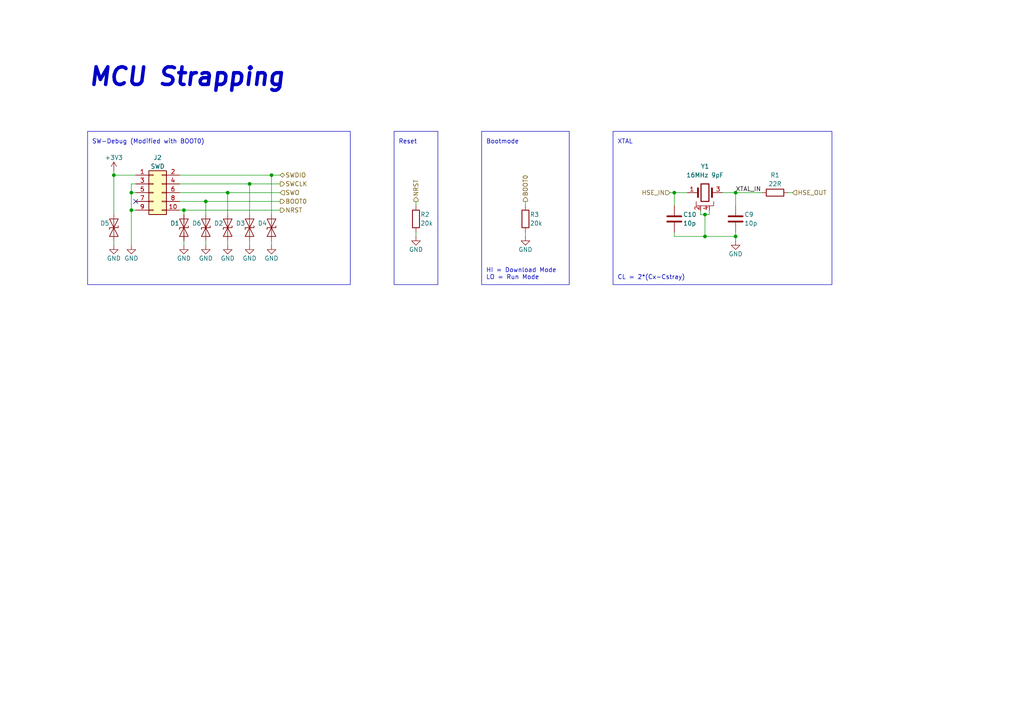
<source format=kicad_sch>
(kicad_sch (version 20230121) (generator eeschema)
  (paper "A4")
  (title_block (title "USBC-PowerSwitcher") (date "2023-08-26") (rev "R0") (company "s-grundner"))
  (lib_symbols
    (symbol "Connector_Generic:Conn_02x05_Odd_Even" (pin_names (offset 1.016) hide)
      (property "Reference" "J" (at 1.27 7.62 0))
      (property "Value" "Conn_02x05_Odd_Even" (at 1.27 -7.62 0))
      (symbol "Conn_02x05_Odd_Even_1_1"
        (rectangle (start -1.27 -4.953) (end 0 -5.207) (stroke (width 0.1524)))
        (rectangle (start -1.27 -2.413) (end 0 -2.667) (stroke (width 0.1524)))
        (rectangle (start -1.27 0.127) (end 0 -0.127) (stroke (width 0.1524)))
        (rectangle (start -1.27 2.667) (end 0 2.413) (stroke (width 0.1524)))
        (rectangle (start -1.27 5.207) (end 0 4.953) (stroke (width 0.1524)))
        (rectangle (start -1.27 6.35) (end 3.81 -6.35) (stroke (width 0.254)) (fill (type background)))
        (rectangle (start 3.81 -4.953) (end 2.54 -5.207) (stroke (width 0.1524)))
        (rectangle (start 3.81 -2.413) (end 2.54 -2.667) (stroke (width 0.1524)))
        (rectangle (start 3.81 0.127) (end 2.54 -0.127) (stroke (width 0.1524)))
        (rectangle (start 3.81 2.667) (end 2.54 2.413) (stroke (width 0.1524)))
        (rectangle (start 3.81 5.207) (end 2.54 4.953) (stroke (width 0.1524)))
        (pin passive line (at -5.08 5.08 0) (length 3.81) (name "Pin_1") (number "1"))
        (pin passive line (at 7.62 -5.08 180) (length 3.81) (name "Pin_10") (number "10"))
        (pin passive line (at 7.62 5.08 180) (length 3.81) (name "Pin_2") (number "2"))
        (pin passive line (at -5.08 2.54 0) (length 3.81) (name "Pin_3") (number "3"))
        (pin passive line (at 7.62 2.54 180) (length 3.81) (name "Pin_4") (number "4"))
        (pin passive line (at -5.08 0 0) (length 3.81) (name "Pin_5") (number "5"))
        (pin passive line (at 7.62 0 180) (length 3.81) (name "Pin_6") (number "6"))
        (pin passive line (at -5.08 -2.54 0) (length 3.81) (name "Pin_7") (number "7"))
        (pin passive line (at 7.62 -2.54 180) (length 3.81) (name "Pin_8") (number "8"))
        (pin passive line (at -5.08 -5.08 0) (length 3.81) (name "Pin_9") (number "9"))
      )
    )
    (symbol "Device:C" (pin_numbers hide) (pin_names (offset 0.254))
      (property "Reference" "C" (at 0.635 2.54 0))
      (property "Value" "C" (at 0.635 -2.54 0))
      (symbol "C_0_1"
        (polyline (pts (xy -2.032 -0.762) (xy 2.032 -0.762)) (stroke (width 0.508)))
        (polyline (pts (xy -2.032 0.762) (xy 2.032 0.762)) (stroke (width 0.508)))
      )
      (symbol "C_1_1"
        (pin passive line (at 0 3.81 270) (length 2.794) (name "~") (number "1"))
        (pin passive line (at 0 -3.81 90) (length 2.794) (name "~") (number "2"))
      )
    )
    (symbol "Device:Crystal_GND24" (pin_names (offset 1.016) hide)
      (property "Reference" "Y" (at 0 6.35 0))
      (property "Value" "Crystal_GND24" (at 0 3.81 0))
      (symbol "Crystal_GND24_0_1"
        (rectangle (start -1.143 2.54) (end 1.143 -2.54) (stroke (width 0.3048)))
        (polyline (pts (xy -2.54 0) (xy -2.032 0)))
        (polyline (pts (xy -2.032 -1.27) (xy -2.032 1.27)) (stroke (width 0.508)))
        (polyline (pts (xy 2.032 -1.27) (xy 2.032 1.27)) (stroke (width 0.508)))
        (polyline (pts (xy 2.032 0) (xy 2.54 0)))
        (polyline (pts (xy -2.54 -2.54) (xy -2.54 -3.81) (xy 2.54 -3.81) (xy 2.54 -2.54)))
      )
      (symbol "Crystal_GND24_1_1"
        (pin passive line (at -5.08 0 0) (length 2.54) (name "1") (number "1"))
        (pin passive line (at -1.27 -5.08 90) (length 1.27) (name "2") (number "2"))
        (pin passive line (at 5.08 0 180) (length 2.54) (name "3") (number "3"))
        (pin passive line (at 1.27 -5.08 90) (length 1.27) (name "4") (number "4"))
      )
    )
    (symbol "Device:R" (pin_numbers hide) (pin_names (offset 0))
      (property "Reference" "R" (at 2.032 0 90))
      (property "Value" "R" (at 0 0 90))
      (symbol "R_0_1"
        (rectangle (start -1.016 -2.54) (end 1.016 2.54) (stroke (width 0.254)))
      )
      (symbol "R_1_1"
        (pin passive line (at 0 3.81 270) (length 1.27) (name "~") (number "1"))
        (pin passive line (at 0 -3.81 90) (length 1.27) (name "~") (number "2"))
      )
    )
    (symbol "Diode:ESD9B3.3ST5G" (pin_numbers hide) (pin_names (offset 1.016) hide)
      (property "Reference" "D" (at 0 2.54 0))
      (property "Value" "ESD9B3.3ST5G" (at 0 -2.54 0))
      (symbol "ESD9B3.3ST5G_0_1"
        (polyline (pts (xy 1.27 0) (xy -1.27 0)))
        (polyline (pts (xy -2.54 -1.27) (xy 0 0) (xy -2.54 1.27) (xy -2.54 -1.27)) (stroke (width 0.2032)))
        (polyline (pts (xy 0.508 1.27) (xy 0 1.27) (xy 0 -1.27) (xy -0.508 -1.27)) (stroke (width 0.2032)))
        (polyline (pts (xy 2.54 1.27) (xy 2.54 -1.27) (xy 0 0) (xy 2.54 1.27)) (stroke (width 0.2032)))
      )
      (symbol "ESD9B3.3ST5G_1_1"
        (pin passive line (at -3.81 0 0) (length 2.54) (name "A1") (number "1"))
        (pin passive line (at 3.81 0 180) (length 2.54) (name "A2") (number "2"))
      )
    )
    (symbol "power:+3V3" (power) (pin_names (offset 0))
      (property "Value" "+3V3" (at 0 3.556 0))
      (symbol "+3V3_0_1"
        (polyline (pts (xy -0.762 1.27) (xy 0 2.54)))
        (polyline (pts (xy 0 0) (xy 0 2.54)))
        (polyline (pts (xy 0 2.54) (xy 0.762 1.27)))
      )
      (symbol "+3V3_1_1"
        (pin power_in line (at 0 0 90) (length 0) hide (name "+3V3") (number "1"))
      )
    )
    (symbol "power:GND" (power) (pin_names (offset 0))
      (property "Value" "GND" (at 0 -3.81 0))
      (symbol "GND_0_1"
        (polyline (pts (xy 0 0) (xy 0 -1.27) (xy 1.27 -1.27) (xy 0 -2.54) (xy -1.27 -1.27) (xy 0 -1.27)))
      )
      (symbol "GND_1_1"
        (pin power_in line (at 0 0 270) (length 0) hide (name "GND") (number "1"))
      )
    )
  )
  (junction (at 204.47 68.58))
  (junction (at 38.1 60.96))
  (junction (at 72.39 53.34))
  (junction (at 213.36 55.88))
  (junction (at 33.02 50.8))
  (junction (at 59.69 58.42))
  (junction (at 66.04 55.88))
  (junction (at 38.1 55.88))
  (junction (at 78.74 50.8))
  (junction (at 213.36 68.58))
  (junction (at 204.47 62.23))
  (junction (at 53.34 60.96))
  (junction (at 195.58 55.88))
  (no_connect (at 39.37 58.42))
  (wire (pts (xy 53.34 60.96) (xy 81.28 60.96)))
  (wire (pts (xy 59.69 71.12) (xy 59.69 69.85)))
  (wire (pts (xy 195.58 59.69) (xy 195.58 55.88)))
  (wire (pts (xy 78.74 50.8) (xy 78.74 62.23)))
  (wire (pts (xy 81.28 55.88) (xy 66.04 55.88)))
  (wire (pts (xy 204.47 62.23) (xy 204.47 68.58)))
  (wire (pts (xy 152.4 58.42) (xy 152.4 59.69)))
  (wire (pts (xy 66.04 71.12) (xy 66.04 69.85)))
  (wire (pts (xy 213.36 68.58) (xy 213.36 69.85)))
  (wire (pts (xy 209.55 55.88) (xy 213.36 55.88)))
  (wire (pts (xy 59.69 58.42) (xy 81.28 58.42)))
  (wire (pts (xy 52.07 55.88) (xy 66.04 55.88)))
  (wire (pts (xy 38.1 53.34) (xy 39.37 53.34)))
  (wire (pts (xy 52.07 58.42) (xy 59.69 58.42)))
  (wire (pts (xy 33.02 50.8) (xy 39.37 50.8)))
  (wire (pts (xy 78.74 71.12) (xy 78.74 69.85)))
  (wire (pts (xy 228.6 55.88) (xy 229.87 55.88)))
  (wire (pts (xy 53.34 60.96) (xy 53.34 62.23)))
  (wire (pts (xy 33.02 49.53) (xy 33.02 50.8)))
  (wire (pts (xy 72.39 71.12) (xy 72.39 69.85)))
  (wire (pts (xy 81.28 50.8) (xy 78.74 50.8)))
  (wire (pts (xy 38.1 55.88) (xy 39.37 55.88)))
  (wire (pts (xy 204.47 62.23) (xy 205.74 62.23)))
  (wire (pts (xy 203.2 62.23) (xy 204.47 62.23)))
  (wire (pts (xy 152.4 68.58) (xy 152.4 67.31)))
  (wire (pts (xy 194.31 55.88) (xy 195.58 55.88)))
  (wire (pts (xy 53.34 60.96) (xy 52.07 60.96)))
  (wire (pts (xy 39.37 60.96) (xy 38.1 60.96)))
  (wire (pts (xy 59.69 58.42) (xy 59.69 62.23)))
  (wire (pts (xy 205.74 60.96) (xy 205.74 62.23)))
  (wire (pts (xy 38.1 60.96) (xy 38.1 71.12)))
  (wire (pts (xy 195.58 67.31) (xy 195.58 68.58)))
  (wire (pts (xy 213.36 55.88) (xy 213.36 59.69)))
  (wire (pts (xy 195.58 68.58) (xy 204.47 68.58)))
  (wire (pts (xy 81.28 53.34) (xy 72.39 53.34)))
  (wire (pts (xy 53.34 71.12) (xy 53.34 69.85)))
  (wire (pts (xy 195.58 55.88) (xy 199.39 55.88)))
  (wire (pts (xy 120.65 59.69) (xy 120.65 58.42)))
  (wire (pts (xy 203.2 60.96) (xy 203.2 62.23)))
  (wire (pts (xy 66.04 55.88) (xy 66.04 62.23)))
  (wire (pts (xy 38.1 55.88) (xy 38.1 53.34)))
  (wire (pts (xy 120.65 68.58) (xy 120.65 67.31)))
  (wire (pts (xy 213.36 67.31) (xy 213.36 68.58)))
  (wire (pts (xy 33.02 71.12) (xy 33.02 69.85)))
  (wire (pts (xy 52.07 53.34) (xy 72.39 53.34)))
  (wire (pts (xy 38.1 60.96) (xy 38.1 55.88)))
  (wire (pts (xy 72.39 53.34) (xy 72.39 62.23)))
  (wire (pts (xy 220.98 55.88) (xy 213.36 55.88)))
  (wire (pts (xy 52.07 50.8) (xy 78.74 50.8)))
  (wire (pts (xy 204.47 68.58) (xy 213.36 68.58)))
  (wire (pts (xy 33.02 62.23) (xy 33.02 50.8)))
  (rectangle (start 25.4 38.1) (end 101.6 82.55))
  (rectangle (start 139.7 38.1) (end 165.1 82.55))
  (rectangle (start 114.3 38.1) (end 127 82.55))
  (rectangle (start 177.8 38.1) (end 241.3 82.55))
  (text "XTAL\n" (at 179.07 41.91 0) (effects (font (size 1.27 1.27)) (justify left bottom)))
  (text "Bootmode" (at 140.97 41.91 0) (effects (font (size 1.27 1.27)) (justify left bottom)))
  (text "Reset" (at 115.57 41.91 0) (effects (font (size 1.27 1.27)) (justify left bottom)))
  (text "HI = Download Mode\nLO = Run Mode" (at 140.97 81.28 0) (effects (font (size 1.27 1.27)) (justify left bottom)))
  (text "SW-Debug (Modified with BOOT0)" (at 26.67 41.91 0) (effects (font (size 1.27 1.27)) (justify left bottom)))
  (text "MCU Strapping" (at 25.4 25.4 0) (effects (font (size 5.08 5.08) (thickness 1.016) bold italic) (justify left bottom)))
  (text "CL = 2*(Cx-Cstray)" (at 179.07 81.28 0) (effects (font (size 1.27 1.27)) (justify left bottom)))
  (label "XTAL_IN" (at 213.36 55.88 0))
  (hierarchical_label "NRST" (shape output) (at 81.28 60.96 0))
  (hierarchical_label "BOOT0" (shape output) (at 152.4 58.42 90))
  (hierarchical_label "HSE_OUT" (shape input) (at 229.87 55.88 0))
  (hierarchical_label "SWDIO" (shape bidirectional) (at 81.28 50.8 0))
  (hierarchical_label "NRST" (shape output) (at 120.65 58.42 90))
  (hierarchical_label "SWO" (shape input) (at 81.28 55.88 0))
  (hierarchical_label "HSE_IN" (shape input) (at 194.31 55.88 180))
  (hierarchical_label "BOOT0" (shape output) (at 81.28 58.42 0))
  (hierarchical_label "SWCLK" (shape output) (at 81.28 53.34 0))
  (symbol (lib_id "Diode:ESD9B3.3ST5G") (at 78.74 66.04 270) (mirror x) (unit 1)
    (property "Reference" "D4" (at 77.47 64.77 90) (effects (justify right)))
    (property "Value" "ESD9B3.3ST5G" (effects hide))
    (property "Footprint" "Diode_SMD:D_SOD-923" (effects hide))
    (property "Datasheet" "https://www.onsemi.com/pub/Collateral/ESD9B-D.PDF" (effects hide))
    (property "LCSC #" "C96512" (effects hide))
  )
  (symbol (lib_id "power:GND") (at 72.39 71.12 0) (unit 1)
    (property "Reference" "#PWR011" (effects hide))
    (property "Value" "GND" (at 72.39 74.93 0))
  )
  (symbol (lib_id "Device:C") (at 195.58 63.5 0) (unit 1)
    (property "Reference" "C10" (at 198.12 62.23 0) (effects (justify left)))
    (property "Value" "10p" (at 198.12 64.77 0) (effects (justify left)))
    (property "Footprint" "Capacitor_SMD:C_0402_1005Metric" (effects hide))
    (property "LCSC #" "C32949" (effects hide))
  )
  (symbol (lib_id "power:GND") (at 33.02 71.12 0) (unit 1)
    (property "Reference" "#PWR013" (effects hide))
    (property "Value" "GND" (at 33.02 74.93 0))
  )
  (symbol (lib_id "Diode:ESD9B3.3ST5G") (at 53.34 66.04 270) (mirror x) (unit 1)
    (property "Reference" "D1" (at 52.07 64.77 90) (effects (justify right)))
    (property "Value" "ESD9B3.3ST5G" (effects hide))
    (property "Footprint" "Diode_SMD:D_SOD-923" (effects hide))
    (property "Datasheet" "https://www.onsemi.com/pub/Collateral/ESD9B-D.PDF" (effects hide))
    (property "LCSC #" "C96512" (effects hide))
  )
  (symbol (lib_id "Diode:ESD9B3.3ST5G") (at 59.69 66.04 270) (mirror x) (unit 1)
    (property "Reference" "D6" (at 58.42 64.77 90) (effects (justify right)))
    (property "Value" "ESD9B3.3ST5G" (effects hide))
    (property "Footprint" "Diode_SMD:D_SOD-923" (effects hide))
    (property "Datasheet" "https://www.onsemi.com/pub/Collateral/ESD9B-D.PDF" (effects hide))
    (property "LCSC #" "C96512" (effects hide))
  )
  (symbol (lib_id "Device:R") (at 120.65 63.5 0) (unit 1)
    (property "Reference" "R2" (at 121.92 62.23 0) (effects (justify left)))
    (property "Value" "20k" (at 121.92 64.77 0) (effects (justify left)))
    (property "Footprint" "Resistor_SMD:R_0402_1005Metric" (effects hide))
    (property "LCSC #" "C25765" (effects hide))
  )
  (symbol (lib_id "Diode:ESD9B3.3ST5G") (at 33.02 66.04 270) (mirror x) (unit 1)
    (property "Reference" "D5" (at 31.75 64.77 90) (effects (justify right)))
    (property "Value" "ESD9B3.3ST5G" (effects hide))
    (property "Footprint" "Diode_SMD:D_SOD-923" (effects hide))
    (property "Datasheet" "https://www.onsemi.com/pub/Collateral/ESD9B-D.PDF" (effects hide))
    (property "LCSC #" "C96512" (effects hide))
  )
  (symbol (lib_id "power:GND") (at 66.04 71.12 0) (unit 1)
    (property "Reference" "#PWR010" (effects hide))
    (property "Value" "GND" (at 66.04 74.93 0))
  )
  (symbol (lib_id "power:GND") (at 53.34 71.12 0) (unit 1)
    (property "Reference" "#PWR08" (effects hide))
    (property "Value" "GND" (at 53.34 74.93 0))
  )
  (symbol (lib_id "power:GND") (at 152.4 68.58 0) (unit 1)
    (property "Reference" "#PWR015" (effects hide))
    (property "Value" "GND" (at 152.4 72.39 0))
  )
  (symbol (lib_id "Connector_Generic:Conn_02x05_Odd_Even") (at 44.45 55.88 0) (unit 1)
    (property "Reference" "J2" (at 45.72 45.72 0))
    (property "Value" "SWD" (at 45.72 48.26 0))
    (property "Footprint" "Connector_PinHeader_2.54mm:PinHeader_2x05_P2.54mm_Horizontal" (effects hide))
  )
  (symbol (lib_id "Device:Crystal_GND24") (at 204.47 55.88 0) (unit 1)
    (property "Reference" "Y1" (at 204.47 48.26 0))
    (property "Value" "16MHz 9pF" (at 204.47 50.8 0))
    (property "Footprint" "Crystal:Crystal_SMD_3225-4Pin_3.2x2.5mm" (effects hide))
    (property "LCSC #" "C13738" (effects hide))
  )
  (symbol (lib_id "Diode:ESD9B3.3ST5G") (at 72.39 66.04 270) (mirror x) (unit 1)
    (property "Reference" "D3" (at 71.12 64.77 90) (effects (justify right)))
    (property "Value" "ESD9B3.3ST5G" (effects hide))
    (property "Footprint" "Diode_SMD:D_SOD-923" (effects hide))
    (property "Datasheet" "https://www.onsemi.com/pub/Collateral/ESD9B-D.PDF" (effects hide))
    (property "LCSC #" "C96512" (effects hide))
  )
  (symbol (lib_id "power:GND") (at 59.69 71.12 0) (unit 1)
    (property "Reference" "#PWR014" (effects hide))
    (property "Value" "GND" (at 59.69 74.93 0))
  )
  (symbol (lib_id "power:+3V3") (at 33.02 49.53 0) (unit 1)
    (property "Reference" "#PWR09" (effects hide))
    (property "Value" "+3V3" (at 33.02 45.72 0))
  )
  (symbol (lib_id "Device:R") (at 152.4 63.5 0) (unit 1)
    (property "Reference" "R3" (at 153.67 62.23 0) (effects (justify left)))
    (property "Value" "20k" (at 153.67 64.77 0) (effects (justify left)))
    (property "Footprint" "Resistor_SMD:R_0402_1005Metric" (effects hide))
    (property "LCSC #" "C25765" (effects hide))
  )
  (symbol (lib_id "power:GND") (at 78.74 71.12 0) (unit 1)
    (property "Reference" "#PWR012" (effects hide))
    (property "Value" "GND" (at 78.74 74.93 0))
  )
  (symbol (lib_id "power:GND") (at 213.36 69.85 0) (unit 1)
    (property "Reference" "#PWR06" (effects hide))
    (property "Value" "GND" (at 213.36 73.66 0))
  )
  (symbol (lib_id "Diode:ESD9B3.3ST5G") (at 66.04 66.04 270) (mirror x) (unit 1)
    (property "Reference" "D2" (at 64.77 64.77 90) (effects (justify right)))
    (property "Value" "ESD9B3.3ST5G" (effects hide))
    (property "Footprint" "Diode_SMD:D_SOD-923" (effects hide))
    (property "Datasheet" "https://www.onsemi.com/pub/Collateral/ESD9B-D.PDF" (effects hide))
    (property "LCSC #" "C96512" (effects hide))
  )
  (symbol (lib_id "Device:R") (at 224.79 55.88 90) (unit 1)
    (property "Reference" "R1" (at 224.79 50.8 90))
    (property "Value" "22R" (at 224.79 53.34 90))
    (property "Footprint" "Resistor_SMD:R_0402_1005Metric" (effects hide))
    (property "LCSC #" "C25092" (effects hide))
  )
  (symbol (lib_id "Device:C") (at 213.36 63.5 0) (unit 1)
    (property "Reference" "C9" (at 215.9 62.23 0) (effects (justify left)))
    (property "Value" "10p" (at 215.9 64.77 0) (effects (justify left)))
    (property "Footprint" "Capacitor_SMD:C_0402_1005Metric" (effects hide))
    (property "LCSC #" "C32949" (effects hide))
  )
  (symbol (lib_id "power:GND") (at 38.1 71.12 0) (unit 1)
    (property "Reference" "#PWR07" (effects hide))
    (property "Value" "GND" (at 38.1 74.93 0))
  )
  (symbol (lib_id "power:GND") (at 120.65 68.58 0) (unit 1)
    (property "Reference" "#PWR016" (effects hide))
    (property "Value" "GND" (at 120.65 72.39 0))
  )
)
</source>
